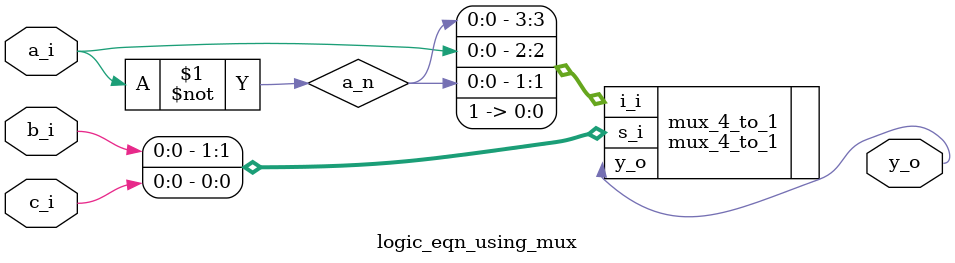
<source format=v>

module logic_eqn_using_mux(
  input  a_i, // Input A
  input  b_i, // Input B
  input  c_i, // Input C
  output y_o  // Output
);
  
  wire a_n; // Inverted Input

  // Combinational Logic
  assign a_n = ~a_i;

  // Instantiation
  mux_4_to_1 mux_4_to_1(
    .i_i ({a_n, a_i, a_n, 1'b1}),
    .s_i ({b_i, c_i}),
    .y_o (y_o)
  );
  
endmodule

</source>
